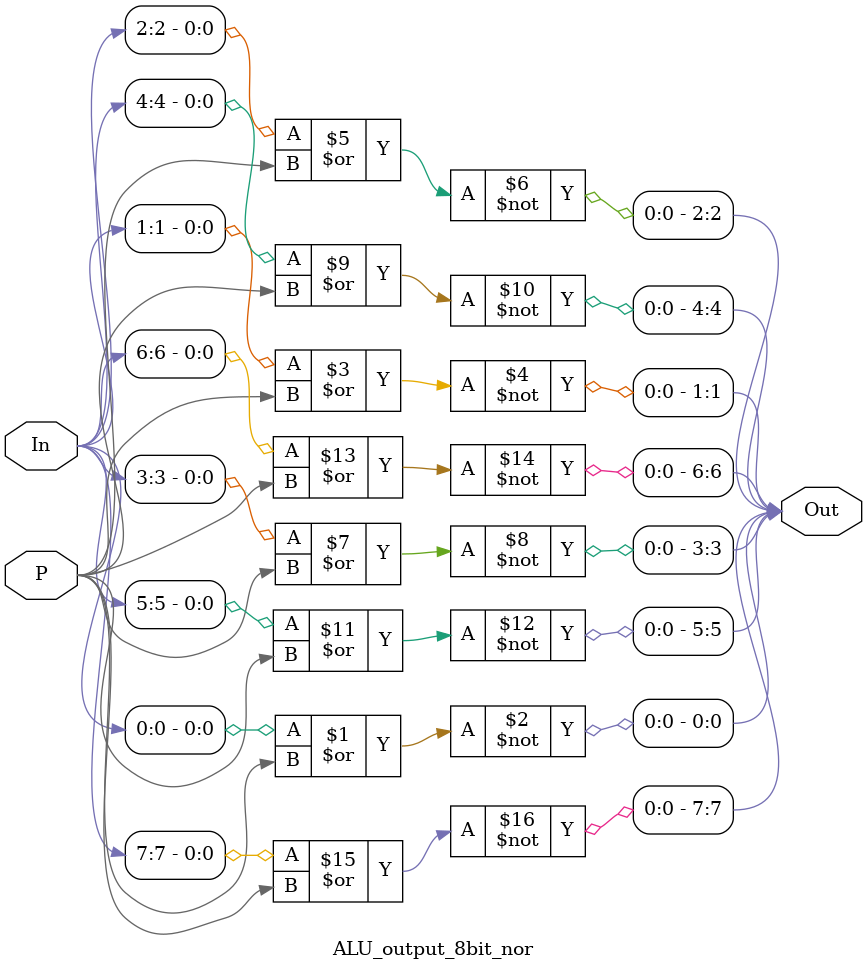
<source format=v>
module ALU_output_8bit_nor(
        input wire [7:0] In,
        input wire P,
        output wire [7:0] Out
    );

    assign Out[0] = In[0] ~| P;
    assign Out[1] = In[1] ~| P;
    assign Out[2] = In[2] ~| P;
    assign Out[3] = In[3] ~| P;
    assign Out[4] = In[4] ~| P;
    assign Out[5] = In[5] ~| P;
    assign Out[6] = In[6] ~| P;
    assign Out[7] = In[7] ~| P;

endmodule
</source>
